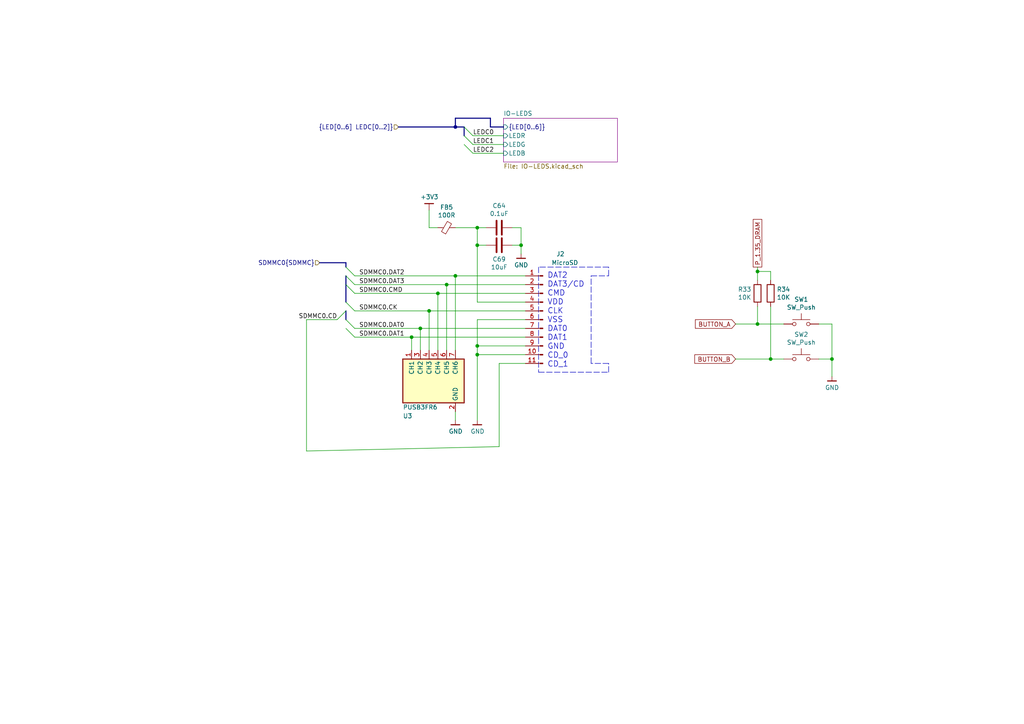
<source format=kicad_sch>
(kicad_sch (version 20200618) (host eeschema "5.99.0-unknown-73168a9~101~ubuntu18.04.1")
  (page 1 18)
  (paper "A4")
  (title_block (title "ButterStick") (date "2020-07-16") (rev "r1.0") (company "GsD") (comment 1 "Functional prototyping board for the Lattice ECP5."))
  (lib_symbols
    (symbol "Connector:Conn_01x11_Male" (pin_names hide)
      (property "Reference" "J" (at 0 15.24 0))
      (property "Value" "Conn_01x11_Male" (at 0 -15.24 0))
      (symbol "Conn_01x11_Male_1_1"
        (rectangle (start 0.8636 -12.573) (end 0 -12.827) (fill (type outline)))
        (rectangle (start 0.8636 -10.033) (end 0 -10.287) (fill (type outline)))
        (rectangle (start 0.8636 -7.493) (end 0 -7.747) (fill (type outline)))
        (rectangle (start 0.8636 -4.953) (end 0 -5.207) (fill (type outline)))
        (rectangle (start 0.8636 -2.413) (end 0 -2.667) (fill (type outline)))
        (rectangle (start 0.8636 0.127) (end 0 -0.127) (fill (type outline)))
        (rectangle (start 0.8636 2.667) (end 0 2.413) (fill (type outline)))
        (rectangle (start 0.8636 5.207) (end 0 4.953) (fill (type outline)))
        (rectangle (start 0.8636 7.747) (end 0 7.493) (fill (type outline)))
        (rectangle (start 0.8636 10.287) (end 0 10.033) (fill (type outline)))
        (rectangle (start 0.8636 12.827) (end 0 12.573) (fill (type outline)))
        (polyline (pts (xy 1.27 -12.7) (xy 0.8636 -12.7)))
        (polyline (pts (xy 1.27 -10.16) (xy 0.8636 -10.16)))
        (polyline (pts (xy 1.27 -7.62) (xy 0.8636 -7.62)))
        (polyline (pts (xy 1.27 -5.08) (xy 0.8636 -5.08)))
        (polyline (pts (xy 1.27 -2.54) (xy 0.8636 -2.54)))
        (polyline (pts (xy 1.27 0) (xy 0.8636 0)))
        (polyline (pts (xy 1.27 2.54) (xy 0.8636 2.54)))
        (polyline (pts (xy 1.27 5.08) (xy 0.8636 5.08)))
        (polyline (pts (xy 1.27 7.62) (xy 0.8636 7.62)))
        (polyline (pts (xy 1.27 10.16) (xy 0.8636 10.16)))
        (polyline (pts (xy 1.27 12.7) (xy 0.8636 12.7)))
        (pin passive line (at 5.08 12.7 180) (length 3.81) (name "Pin_1") (number "1"))
        (pin passive line (at 5.08 -10.16 180) (length 3.81) (name "Pin_10") (number "10"))
        (pin passive line (at 5.08 -12.7 180) (length 3.81) (name "Pin_11") (number "11"))
        (pin passive line (at 5.08 10.16 180) (length 3.81) (name "Pin_2") (number "2"))
        (pin passive line (at 5.08 7.62 180) (length 3.81) (name "Pin_3") (number "3"))
        (pin passive line (at 5.08 5.08 180) (length 3.81) (name "Pin_4") (number "4"))
        (pin passive line (at 5.08 2.54 180) (length 3.81) (name "Pin_5") (number "5"))
        (pin passive line (at 5.08 0 180) (length 3.81) (name "Pin_6") (number "6"))
        (pin passive line (at 5.08 -2.54 180) (length 3.81) (name "Pin_7") (number "7"))
        (pin passive line (at 5.08 -5.08 180) (length 3.81) (name "Pin_8") (number "8"))
        (pin passive line (at 5.08 -7.62 180) (length 3.81) (name "Pin_9") (number "9"))
      )
    )
    (symbol "Device:C" (pin_numbers hide) (pin_names (offset 0.254))
      (property "Reference" "C" (at 0.635 2.54 0))
      (property "Value" "C" (at 0.635 -2.54 0))
      (symbol "C_0_1"
        (polyline (pts (xy -2.032 -0.762) (xy 2.032 -0.762)) (stroke (width 0.508)))
        (polyline (pts (xy -2.032 0.762) (xy 2.032 0.762)) (stroke (width 0.508)))
      )
      (symbol "C_1_1"
        (pin passive line (at 0 3.81 270) (length 2.794) (name "~") (number "1"))
        (pin passive line (at 0 -3.81 90) (length 2.794) (name "~") (number "2"))
      )
    )
    (symbol "Device:Ferrite_Bead_Small" (pin_numbers hide) (pin_names (offset 0))
      (property "Reference" "FB" (at 1.905 1.27 0))
      (property "Value" "Ferrite_Bead_Small" (at 1.905 -1.27 0))
      (symbol "Ferrite_Bead_Small_0_1"
        (polyline (pts (xy 0 -1.27) (xy 0 -0.7874)))
        (polyline (pts (xy 0 0.889) (xy 0 1.2954)))
        (polyline (pts (xy -1.8288 0.2794) (xy -1.1176 1.4986) (xy 1.8288 -0.2032) (xy 1.1176 -1.4224) (xy -1.8288 0.2794)))
      )
      (symbol "Ferrite_Bead_Small_1_1"
        (pin passive line (at 0 2.54 270) (length 1.27) (name "~") (number "1"))
        (pin passive line (at 0 -2.54 90) (length 1.27) (name "~") (number "2"))
      )
    )
    (symbol "Device:R" (pin_numbers hide) (pin_names (offset 0))
      (property "Reference" "R" (at 2.032 0 90))
      (property "Value" "R" (at 0 0 90))
      (symbol "R_0_1"
        (rectangle (start -1.016 -2.54) (end 1.016 2.54) (stroke (width 0.254)))
      )
      (symbol "R_1_1"
        (pin passive line (at 0 3.81 270) (length 1.27) (name "~") (number "1"))
        (pin passive line (at 0 -3.81 90) (length 1.27) (name "~") (number "2"))
      )
    )
    (symbol "Switch:SW_Push" (pin_numbers hide) (pin_names hide)
      (property "Reference" "SW" (at 1.27 2.54 0))
      (property "Value" "SW_Push" (at 0 -1.524 0))
      (symbol "SW_Push_0_1"
        (circle (center -2.032 0) (radius 0.508))
        (circle (center 2.032 0) (radius 0.508))
        (polyline (pts (xy 0 1.27) (xy 0 3.048)))
        (polyline (pts (xy 2.54 1.27) (xy -2.54 1.27)))
        (pin passive line (at -5.08 0 0) (length 2.54) (name "1") (number "1"))
        (pin passive line (at 5.08 0 180) (length 2.54) (name "2") (number "2"))
      )
    )
    (symbol "gkl_misc:PUSB3FR6"
      (property "Reference" "U" (at 0 12.7 0))
      (property "Value" "PUSB3FR6" (at 0 10.16 0))
      (symbol "PUSB3FR6_0_1"
        (rectangle (start -6.35 8.89) (end 6.35 -8.89) (stroke (width 0.3302)) (fill (type background)))
      )
      (symbol "PUSB3FR6_1_1"
        (pin input line (at -8.89 6.35 0) (length 2.54) (name "CH1") (number "1"))
        (pin input line (at 8.89 -6.35 180) (length 2.54) (name "GND") (number "2"))
        (pin input line (at -8.89 3.81 0) (length 2.54) (name "CH2") (number "3"))
        (pin input line (at -8.89 1.27 0) (length 2.54) (name "CH3") (number "4"))
        (pin input line (at -8.89 -1.27 0) (length 2.54) (name "CH4") (number "5"))
        (pin input line (at -8.89 -3.81 0) (length 2.54) (name "CH5") (number "6"))
        (pin input line (at -8.89 -6.35 0) (length 2.54) (name "CH6") (number "7"))
      )
    )
    (symbol "gkl_power:+3V3" (power) (pin_names (offset 0))
      (property "Value" "+3V3" (at 0 3.556 0))
      (symbol "+3V3_0_1"
        (polyline (pts (xy -1.27 1.905) (xy 1.27 1.905)) (stroke (width 0.3048)))
        (polyline (pts (xy 0 0) (xy 0 1.905)))
      )
      (symbol "+3V3_1_1"
        (pin power_in line (at 0 0 90) (length 0) hide (name "+3V3") (number "1"))
      )
    )
    (symbol "gkl_power:GND" (power) (pin_names (offset 0))
      (property "Value" "GND" (at 0 -2.54 0))
      (symbol "GND_0_1"
        (polyline (pts (xy 0 -1.27) (xy 0 0)))
        (polyline (pts (xy 1.27 -1.27) (xy -1.27 -1.27)) (stroke (width 0.3048)))
      )
      (symbol "GND_1_1"
        (pin power_in line (at 0 0 270) (length 0) hide (name "GND") (number "1"))
      )
    )
  )
  (junction (at 119.38 97.79))
  (junction (at 121.92 95.25))
  (junction (at 124.46 90.17))
  (junction (at 127 85.09))
  (junction (at 129.54 82.55))
  (junction (at 132.08 80.01))
  (junction (at 138.43 66.04))
  (junction (at 138.43 71.12))
  (junction (at 138.43 100.33))
  (junction (at 138.43 102.87))
  (junction (at 151.13 71.12))
  (junction (at 219.71 78.74))
  (junction (at 219.71 93.98))
  (junction (at 223.52 104.14))
  (junction (at 241.3 104.14))
  (junction (at 132.08 36.83))
  (bus_entry (at 100.33 77.47) (size 2.54 2.54) (stroke (width 0.1524)))
  (bus_entry (at 100.33 80.01) (size 2.54 2.54) (stroke (width 0.1524)))
  (bus_entry (at 100.33 82.55) (size 2.54 2.54) (stroke (width 0.1524)))
  (bus_entry (at 100.33 87.63) (size 2.54 2.54) (stroke (width 0.1524)))
  (bus_entry (at 100.33 90.17) (size -2.54 2.54) (stroke (width 0.1524)))
  (bus_entry (at 100.33 92.71) (size 2.54 2.54) (stroke (width 0.1524)))
  (bus_entry (at 100.33 95.25) (size 2.54 2.54) (stroke (width 0.1524)))
  (bus_entry (at 137.16 39.37) (size -2.54 -2.54) (stroke (width 0.1524)))
  (bus_entry (at 137.16 41.91) (size -2.54 -2.54) (stroke (width 0.1524)))
  (bus_entry (at 137.16 44.45) (size -2.54 -2.54) (stroke (width 0.1524)))
  (wire (pts (xy 88.9 92.71) (xy 97.79 92.71)))
  (wire (pts (xy 88.9 130.81) (xy 88.9 92.71)))
  (wire (pts (xy 102.87 80.01) (xy 132.08 80.01)))
  (wire (pts (xy 102.87 82.55) (xy 129.54 82.55)))
  (wire (pts (xy 102.87 85.09) (xy 127 85.09)))
  (wire (pts (xy 102.87 90.17) (xy 124.46 90.17)))
  (wire (pts (xy 102.87 95.25) (xy 121.92 95.25)))
  (wire (pts (xy 102.87 97.79) (xy 119.38 97.79)))
  (wire (pts (xy 119.38 97.79) (xy 152.4 97.79)))
  (wire (pts (xy 119.38 101.6) (xy 119.38 97.79)))
  (wire (pts (xy 121.92 95.25) (xy 152.4 95.25)))
  (wire (pts (xy 121.92 101.6) (xy 121.92 95.25)))
  (wire (pts (xy 124.46 60.96) (xy 124.46 66.04)))
  (wire (pts (xy 124.46 66.04) (xy 127 66.04)))
  (wire (pts (xy 124.46 90.17) (xy 152.4 90.17)))
  (wire (pts (xy 124.46 101.6) (xy 124.46 90.17)))
  (wire (pts (xy 127 85.09) (xy 152.4 85.09)))
  (wire (pts (xy 127 101.6) (xy 127 85.09)))
  (wire (pts (xy 129.54 82.55) (xy 152.4 82.55)))
  (wire (pts (xy 129.54 101.6) (xy 129.54 82.55)))
  (wire (pts (xy 132.08 66.04) (xy 138.43 66.04)))
  (wire (pts (xy 132.08 80.01) (xy 152.4 80.01)))
  (wire (pts (xy 132.08 101.6) (xy 132.08 80.01)))
  (wire (pts (xy 132.08 119.38) (xy 132.08 121.92)))
  (wire (pts (xy 137.16 39.37) (xy 146.05 39.37)))
  (wire (pts (xy 137.16 41.91) (xy 146.05 41.91)))
  (wire (pts (xy 137.16 44.45) (xy 146.05 44.45)))
  (wire (pts (xy 138.43 66.04) (xy 138.43 71.12)))
  (wire (pts (xy 138.43 66.04) (xy 140.97 66.04)))
  (wire (pts (xy 138.43 71.12) (xy 138.43 87.63)))
  (wire (pts (xy 138.43 71.12) (xy 140.97 71.12)))
  (wire (pts (xy 138.43 92.71) (xy 138.43 100.33)))
  (wire (pts (xy 138.43 100.33) (xy 138.43 102.87)))
  (wire (pts (xy 138.43 100.33) (xy 152.4 100.33)))
  (wire (pts (xy 138.43 102.87) (xy 138.43 121.92)))
  (wire (pts (xy 144.78 105.41) (xy 144.78 129.54)))
  (wire (pts (xy 144.78 129.54) (xy 88.9 130.81)))
  (wire (pts (xy 148.59 66.04) (xy 151.13 66.04)))
  (wire (pts (xy 148.59 71.12) (xy 151.13 71.12)))
  (wire (pts (xy 151.13 66.04) (xy 151.13 71.12)))
  (wire (pts (xy 151.13 71.12) (xy 151.13 73.66)))
  (wire (pts (xy 152.4 87.63) (xy 138.43 87.63)))
  (wire (pts (xy 152.4 92.71) (xy 138.43 92.71)))
  (wire (pts (xy 152.4 102.87) (xy 138.43 102.87)))
  (wire (pts (xy 152.4 105.41) (xy 144.78 105.41)))
  (wire (pts (xy 213.36 93.98) (xy 219.71 93.98)))
  (wire (pts (xy 213.36 104.14) (xy 223.52 104.14)))
  (wire (pts (xy 219.71 77.47) (xy 219.71 78.74)))
  (wire (pts (xy 219.71 78.74) (xy 219.71 81.28)))
  (wire (pts (xy 219.71 88.9) (xy 219.71 93.98)))
  (wire (pts (xy 219.71 93.98) (xy 227.33 93.98)))
  (wire (pts (xy 223.52 78.74) (xy 219.71 78.74)))
  (wire (pts (xy 223.52 81.28) (xy 223.52 78.74)))
  (wire (pts (xy 223.52 88.9) (xy 223.52 104.14)))
  (wire (pts (xy 223.52 104.14) (xy 227.33 104.14)))
  (wire (pts (xy 237.49 104.14) (xy 241.3 104.14)))
  (wire (pts (xy 241.3 93.98) (xy 237.49 93.98)))
  (wire (pts (xy 241.3 104.14) (xy 241.3 93.98)))
  (wire (pts (xy 241.3 109.22) (xy 241.3 104.14)))
  (bus (pts (xy 92.71 76.2) (xy 100.33 76.2)))
  (bus (pts (xy 100.33 76.2) (xy 100.33 80.01)))
  (bus (pts (xy 100.33 80.01) (xy 100.33 82.55)))
  (bus (pts (xy 100.33 82.55) (xy 100.33 90.17)))
  (bus (pts (xy 100.33 90.17) (xy 100.33 95.25)))
  (bus (pts (xy 115.57 36.83) (xy 132.08 36.83)))
  (bus (pts (xy 132.08 34.29) (xy 142.24 34.29)))
  (bus (pts (xy 132.08 36.83) (xy 132.08 34.29)))
  (bus (pts (xy 132.08 36.83) (xy 134.62 36.83)))
  (bus (pts (xy 134.62 36.83) (xy 134.62 41.91)))
  (bus (pts (xy 142.24 34.29) (xy 142.24 36.83)))
  (bus (pts (xy 142.24 36.83) (xy 146.05 36.83)))
  (polyline (pts (xy 156.21 77.47) (xy 156.21 107.95)) (stroke (width 0) (type dash)))
  (polyline (pts (xy 156.21 107.95) (xy 176.53 107.95)) (stroke (width 0) (type dash)))
  (polyline (pts (xy 171.45 80.01) (xy 176.53 80.01)) (stroke (width 0) (type dash)))
  (polyline (pts (xy 171.45 105.41) (xy 171.45 80.01)) (stroke (width 0) (type dash)))
  (polyline (pts (xy 176.53 77.47) (xy 156.21 77.47)) (stroke (width 0) (type dash)))
  (polyline (pts (xy 176.53 80.01) (xy 176.53 77.47)) (stroke (width 0) (type dash)))
  (polyline (pts (xy 176.53 105.41) (xy 171.45 105.41)) (stroke (width 0) (type dash)))
  (polyline (pts (xy 176.53 107.95) (xy 176.53 105.41)) (stroke (width 0) (type dash)))
  (text "DAT2\nDAT3/CD\nCMD\nVDD\nCLK\nVSS\nDAT0\nDAT1\nGND\nCD_0\nCD_1\n" (at 158.75 106.68 0) (effects (font (size 1.6002 1.6002)) (justify left bottom)))
  (label "SDMMC0.CD" (at 97.79 92.71 180))
  (label "SDMMC0.DAT2" (at 104.14 80.01 0))
  (label "SDMMC0.DAT3" (at 104.14 82.55 0))
  (label "SDMMC0.CMD" (at 104.14 85.09 0))
  (label "SDMMC0.CK" (at 104.14 90.17 0))
  (label "SDMMC0.DAT0" (at 104.14 95.25 0))
  (label "SDMMC0.DAT1" (at 104.14 97.79 0))
  (label "LEDC0" (at 137.16 39.37 0))
  (label "LEDC1" (at 137.16 41.91 0))
  (label "LEDC2" (at 137.16 44.45 0))
  (global_label "BUTTON_A" (shape input) (at 213.36 93.98 180))
  (global_label "BUTTON_B" (shape input) (at 213.36 104.14 180))
  (global_label "P_1.35_DRAM" (shape passive) (at 219.71 77.47 90))
  (hierarchical_label "SDMMC0{SDMMC}" (shape input) (at 92.71 76.2 180))
  (hierarchical_label "{LED[0..6] LEDC[0..2]}" (shape input) (at 115.57 36.83 180))
  (symbol (lib_id "gkl_power:GND") (at 132.08 121.92 0) (unit 1)
    (property "Reference" "#PWR055" (effects hide))
    (property "Value" "GND" (at 132.1562 125.1204 0))
  )
  (symbol (lib_id "gkl_power:GND") (at 138.43 121.92 0) (unit 1)
    (property "Reference" "#PWR057" (effects hide))
    (property "Value" "GND" (at 138.5062 125.1204 0))
  )
  (symbol (lib_id "gkl_power:GND") (at 151.13 73.66 0) (unit 1)
    (property "Reference" "#PWR0120" (effects hide))
    (property "Value" "GND" (at 151.1681 76.8668 0))
  )
  (symbol (lib_id "gkl_power:GND") (at 241.3 109.22 0) (unit 1)
    (property "Reference" "#PWR058" (effects hide))
    (property "Value" "GND" (at 241.3381 112.4268 0))
  )
  (symbol (lib_id "gkl_power:+3V3") (at 124.46 60.96 0) (unit 1)
    (property "Reference" "#PWR056" (effects hide))
    (property "Value" "+3V3" (at 124.5362 57.1246 0))
  )
  (symbol (lib_id "Device:R") (at 219.71 85.09 0) (unit 1)
    (property "Reference" "R33" (at 217.9319 83.9406 0) (effects (justify right)))
    (property "Value" "10K" (at 217.9319 86.2393 0) (effects (justify right)))
    (property "Footprint" "Resistor_SMD:R_0402_1005Metric" (effects hide))
  )
  (symbol (lib_id "Device:R") (at 223.52 85.09 0) (unit 1)
    (property "Reference" "R34" (at 225.2981 83.9406 0) (effects (justify left)))
    (property "Value" "10K" (at 225.2981 86.2393 0) (effects (justify left)))
    (property "Footprint" "Resistor_SMD:R_0402_1005Metric" (effects hide))
  )
  (symbol (lib_id "Device:Ferrite_Bead_Small") (at 129.54 66.04 90) (unit 1)
    (property "Reference" "FB5" (at 129.54 60.128 90))
    (property "Value" "100R" (at 129.54 62.4267 90))
    (property "Footprint" "Capacitor_SMD:C_0603_1608Metric" (effects hide))
  )
  (symbol (lib_id "Device:C") (at 144.78 66.04 90) (unit 1)
    (property "Reference" "C64" (at 144.78 59.6708 90))
    (property "Value" "0.1uF" (at 144.78 61.9695 90))
    (property "Footprint" "Capacitor_SMD:C_0402_1005Metric" (effects hide))
    (property "SN-DK" "1276-1002-1-ND" (effects hide))
    (property "PN" "CL05B104KP5NNNC" (effects hide))
    (property "Mfg" "Samsung Electro-Mechanics" (effects hide))
  )
  (symbol (lib_id "Device:C") (at 144.78 71.12 90) (unit 1)
    (property "Reference" "C69" (at 144.78 75.1904 90))
    (property "Value" "10uF" (at 144.78 77.4891 90))
    (property "Footprint" "Capacitor_SMD:C_0603_1608Metric" (effects hide))
    (property "SN-DK" "445-7486-1-ND" (effects hide))
    (property "PN" "CL10A106MP8NNNC" (effects hide))
  )
  (symbol (lib_id "Switch:SW_Push") (at 232.41 93.98 0) (unit 1)
    (property "Reference" "SW1" (at 232.41 86.8488 0))
    (property "Value" "SW_Push" (at 232.41 89.1475 0))
    (property "Footprint" "Button_Switch_SMD:SW_SPST_PTS810" (effects hide))
  )
  (symbol (lib_id "Switch:SW_Push") (at 232.41 104.14 0) (unit 1)
    (property "Reference" "SW2" (at 232.41 97.0088 0))
    (property "Value" "SW_Push" (at 232.41 99.3075 0))
    (property "Footprint" "Button_Switch_SMD:SW_SPST_PTS810" (effects hide))
  )
  (symbol (lib_id "Connector:Conn_01x11_Male") (at 157.48 92.71 0) (mirror y) (unit 1)
    (property "Reference" "J2" (at 162.56 73.66 0))
    (property "Value" "MicroSD" (at 163.83 76.2 0))
    (property "Footprint" "gkl_conn:molex_microsd_1040310811" (effects hide))
    (property "SN-DK" " WM6357CT-ND" (effects hide))
    (property "PN" "1040310811" (effects hide))
  )
  (symbol (lib_id "gkl_misc:PUSB3FR6") (at 125.73 110.49 90) (mirror x) (unit 1)
    (property "Reference" "U3" (at 116.84 120.65 90) (effects (justify right)))
    (property "Value" "PUSB3FR6" (at 116.84 118.11 90) (effects (justify right)))
    (property "Footprint" "gkl_housings_son:XSON7" (effects hide))
    (property "MFG" "Nexperia USA Inc." (effects hide))
    (property "PN" "PUSB3FR6Z" (effects hide))
  )
  (sheet (at 146.05 34.29) (size 33.02 12.7) (stroke (width 0.1524) (color 132 0 132 1)) (fill (color 255 255 255 1.0000))
    (property "Sheet name" "IO-LEDS" (at 146.05 33.6545 0) (effects (justify left bottom)))
    (property "Sheet file" "IO-LEDS.kicad_sch" (at 146.05 47.4985 0) (effects (justify left top)))
    (pin "{LED[0..6]}" input (at 146.05 36.83 180))
    (pin "LEDR" input (at 146.05 39.37 180))
    (pin "LEDG" input (at 146.05 41.91 180))
    (pin "LEDB" input (at 146.05 44.45 180))
  )
)
</source>
